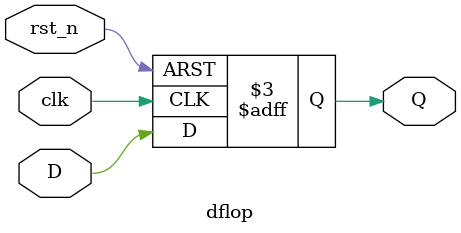
<source format=v>
`default_nettype none



module spi (  
    input clk, sclk, sdi, cs, rst_n, 
    output sdo,
    output reg [7:0] reg1,
    output reg [7:0] reg2,
    output reg [7:0] reg3,
    output reg [7:0] reg4,
    output reg [7:0] reg5

    
);
wire synclock1;
wire synclock2;
wire da1;
wire da2;
wire da3;
wire syncs1;
wire syncs2;
reg transaction_done;
reg checking_done;
reg sampling_now;   
reg [15:0] data;
reg [7:0] counter;
assign sdo = 1'b0;

dflop clk1(.D(sclk),.clk(clk),.Q(synclock1),.rst_n(rst_n));
dflop clk2(.D(synclock1),.clk(clk),.Q(synclock2),.rst_n(rst_n)); 
dflop d1(.D(sdi),.clk(clk),.Q(da1),.rst_n(rst_n));
dflop d2(.D(da1),.clk(clk),.Q(da2),.rst_n(rst_n)); 
dflop d3(.D(da2),.clk(sclk),.Q(da3),.rst_n(rst_n));
dflop cs1(.D(cs),.clk(clk),.Q(syncs1),.rst_n(rst_n));
dflop cs2(.D(syncs1),.clk(clk),.Q(syncs2),.rst_n(rst_n)); 

always @(posedge clk or negedge rst_n) begin
    if(!rst_n) begin
        //set all regs back to beginning values
        transaction_done <= 1'b0;
        checking_done <= 1'b0;
        data <= 16'b0;
        counter <= 8'b0;
        sampling_now <= 1'b0;
        reg1 <= 8'b0;
        reg2 <= 8'b0;
        reg3 <= 8'b0;
        reg4 <= 8'b0;
        reg5 <= 8'b0;
    end
    else if(checking_done == 1'b1)begin
        //after data analyzed, copy it into the registers
        case (data[14:8]) 
            0:reg1 <= data[7:0];
            1:reg2 <= data[7:0];
            2:reg3 <= data[7:0];
            3:reg4 <= data[7:0];
            4:reg5 <= data[7:0];
        endcase
        //soft reset
        transaction_done <= 1'b0;
        checking_done <= 1'b0;
        data <= 16'b0;
        counter <= 8'b0;
        sampling_now <= 1'b0;
    end
    else if(transaction_done == 1'b1) begin
        //check the data
        if(counter > 15 && data[15] == 1 && data[14:8] < 5) begin
            //confirms to let copying happen
            checking_done <= 1'b1;
        end
        else begin
            //if data is not formatted right, let go of it, soft reset
            transaction_done <= 1'b0;
            checking_done <= 1'b0;
            data <= 16'b0;
            counter <= 8'b0;
            sampling_now <= 1'b0;
        end
    end
    else if(sampling_now == 1'b1 && syncs2 == 1'b0 && synclock1 == 1'b1 && synclock2 == 1'b0) begin
        data <= {data[14:0],da3};
        counter <= counter + 1;
    end

    else if(syncs2 == 1'b1 && sampling_now == 1'b1) begin
        sampling_now <= 1'b0;
        transaction_done <= 1'b1;
    end
    else if(syncs2 == 1'b0) begin
        //checks if line is low, to begin taking in data
        sampling_now <= 1'b1;
    end
    else begin
        transaction_done <= 1'b0;
        checking_done <= 1'b0;
        data <= 16'b0;
        counter <= 8'b0;
        sampling_now <= 1'b0;
    end

    
end


endmodule

module dflop (
    input  D,     
    input clk,
    input rst_n,    
    output reg Q
);
always @(posedge clk or negedge rst_n) begin
    if(!rst_n) begin
        Q <= 1'b0;
    end
    else begin
        Q <= D;
    end
end
    
endmodule



</source>
